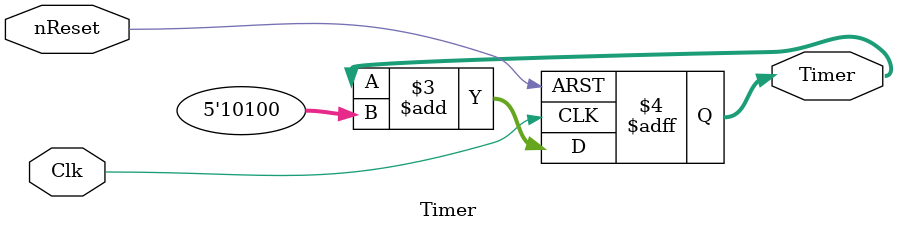
<source format=v>

module Timer #(
 parameter inc = 5'd20 // 1/f_Clk * 1e9
)(
 input           nReset,
 input           Clk,
 output reg[63:0]Timer // [ns]
);
//------------------------------------------------------------------------------

 always @(negedge nReset, posedge Clk) begin
  if(!nReset) Timer <= 0;
  else        Timer <= Timer + inc;
 end
endmodule
//------------------------------------------------------------------------------

</source>
